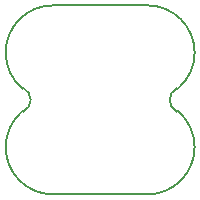
<source format=gm1>
G04 #@! TF.FileFunction,Profile,NP*
%FSLAX46Y46*%
G04 Gerber Fmt 4.6, Leading zero omitted, Abs format (unit mm)*
G04 Created by KiCad (PCBNEW 4.0.1-3.201512221402+6198~38~ubuntu14.04.1-stable) date Tue 01 Mar 2016 10:08:03 PM PST*
%MOMM*%
G01*
G04 APERTURE LIST*
%ADD10C,0.100000*%
%ADD11C,0.150000*%
G04 APERTURE END LIST*
D10*
D11*
X124939263Y-90427115D02*
G75*
G03X123500000Y-93500000I2560737J-3072885D01*
G01*
X125000000Y-90500000D02*
G75*
G03X125000000Y-88500000I-500000J1000000D01*
G01*
X124939263Y-88572885D02*
G75*
G02X123500000Y-85500000I2560737J3072885D01*
G01*
X138000000Y-88500000D02*
G75*
G03X138000000Y-90500000I500000J-1000000D01*
G01*
X138060737Y-90427115D02*
G75*
G02X139500000Y-93500000I-2560737J-3072885D01*
G01*
X138060737Y-88572885D02*
G75*
G03X139500000Y-85500000I-2560737J3072885D01*
G01*
X135500000Y-97500000D02*
G75*
G03X139500000Y-93500000I0J4000000D01*
G01*
X139500000Y-85500000D02*
G75*
G03X135500000Y-81500000I-4000000J0D01*
G01*
X127500000Y-81500000D02*
G75*
G03X123500000Y-85500000I0J-4000000D01*
G01*
X123500000Y-93500000D02*
G75*
G03X127500000Y-97500000I4000000J0D01*
G01*
X127500000Y-97500000D02*
X135500000Y-97500000D01*
X135500000Y-81500000D02*
X127500000Y-81500000D01*
M02*

</source>
